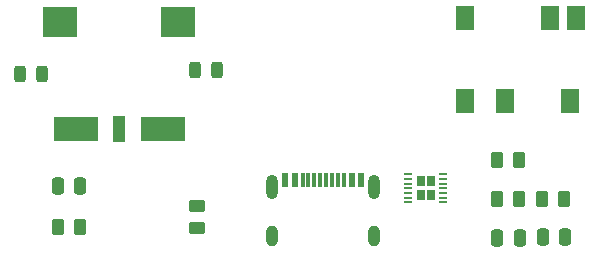
<source format=gbr>
%TF.GenerationSoftware,KiCad,Pcbnew,7.0.7*%
%TF.CreationDate,2024-01-23T19:19:34-06:00*%
%TF.ProjectId,Md-rev-1,4d642d72-6576-42d3-912e-6b696361645f,rev?*%
%TF.SameCoordinates,Original*%
%TF.FileFunction,Paste,Top*%
%TF.FilePolarity,Positive*%
%FSLAX46Y46*%
G04 Gerber Fmt 4.6, Leading zero omitted, Abs format (unit mm)*
G04 Created by KiCad (PCBNEW 7.0.7) date 2024-01-23 19:19:34*
%MOMM*%
%LPD*%
G01*
G04 APERTURE LIST*
G04 Aperture macros list*
%AMRoundRect*
0 Rectangle with rounded corners*
0 $1 Rounding radius*
0 $2 $3 $4 $5 $6 $7 $8 $9 X,Y pos of 4 corners*
0 Add a 4 corners polygon primitive as box body*
4,1,4,$2,$3,$4,$5,$6,$7,$8,$9,$2,$3,0*
0 Add four circle primitives for the rounded corners*
1,1,$1+$1,$2,$3*
1,1,$1+$1,$4,$5*
1,1,$1+$1,$6,$7*
1,1,$1+$1,$8,$9*
0 Add four rect primitives between the rounded corners*
20,1,$1+$1,$2,$3,$4,$5,0*
20,1,$1+$1,$4,$5,$6,$7,0*
20,1,$1+$1,$6,$7,$8,$9,0*
20,1,$1+$1,$8,$9,$2,$3,0*%
G04 Aperture macros list end*
%ADD10RoundRect,0.250000X-0.250000X-0.475000X0.250000X-0.475000X0.250000X0.475000X-0.250000X0.475000X0*%
%ADD11RoundRect,0.250000X0.450000X-0.262500X0.450000X0.262500X-0.450000X0.262500X-0.450000X-0.262500X0*%
%ADD12RoundRect,0.243750X0.243750X0.456250X-0.243750X0.456250X-0.243750X-0.456250X0.243750X-0.456250X0*%
%ADD13RoundRect,0.250000X0.262500X0.450000X-0.262500X0.450000X-0.262500X-0.450000X0.262500X-0.450000X0*%
%ADD14R,1.500000X2.000000*%
%ADD15RoundRect,0.250000X0.250000X0.475000X-0.250000X0.475000X-0.250000X-0.475000X0.250000X-0.475000X0*%
%ADD16R,0.700000X0.970000*%
%ADD17R,0.700000X0.250000*%
%ADD18R,3.810000X2.030000*%
%ADD19R,1.020000X2.290000*%
%ADD20R,3.000000X2.500000*%
%ADD21RoundRect,0.243750X-0.243750X-0.456250X0.243750X-0.456250X0.243750X0.456250X-0.243750X0.456250X0*%
%ADD22R,0.600000X1.150000*%
%ADD23R,0.300000X1.150000*%
%ADD24O,1.000000X2.100000*%
%ADD25O,1.000000X1.800000*%
G04 APERTURE END LIST*
D10*
%TO.C,C1*%
X134440000Y-120070000D03*
X136340000Y-120070000D03*
%TD*%
D11*
%TO.C,R4*%
X146210000Y-123572500D03*
X146210000Y-121747500D03*
%TD*%
D12*
%TO.C,D2*%
X147907500Y-110230000D03*
X146032500Y-110230000D03*
%TD*%
D13*
%TO.C,R3*%
X136302500Y-123520000D03*
X134477500Y-123520000D03*
%TD*%
D14*
%TO.C,J2*%
X168940000Y-112820000D03*
X168940000Y-105820000D03*
X172340000Y-112820000D03*
X176140000Y-105820000D03*
X178340000Y-105820000D03*
X177840000Y-112820000D03*
%TD*%
D15*
%TO.C,C5*%
X177415000Y-124370000D03*
X175515000Y-124370000D03*
%TD*%
D13*
%TO.C,R8*%
X177287500Y-121120000D03*
X175462500Y-121120000D03*
%TD*%
D16*
%TO.C,U2*%
X165150000Y-119642500D03*
X165150000Y-120817500D03*
X166045000Y-119642500D03*
X166045000Y-120817500D03*
D17*
X164120000Y-119030000D03*
X164120000Y-119430000D03*
X164120000Y-119830000D03*
X164120000Y-120230000D03*
X164120000Y-120630000D03*
X164120000Y-121030000D03*
X164120000Y-121430000D03*
X167070000Y-121430000D03*
X167070000Y-121030000D03*
X167070000Y-120630000D03*
X167070000Y-120230000D03*
X167070000Y-119830000D03*
X167070000Y-119430000D03*
X167070000Y-119030000D03*
%TD*%
D18*
%TO.C,S1*%
X143325000Y-115245000D03*
D19*
X139640000Y-115245000D03*
D18*
X135955000Y-115245000D03*
D20*
X144640000Y-106175000D03*
X134640000Y-106175000D03*
%TD*%
D21*
%TO.C,D1*%
X131242500Y-110560000D03*
X133117500Y-110560000D03*
%TD*%
D10*
%TO.C,C6*%
X171665000Y-124400000D03*
X173565000Y-124400000D03*
%TD*%
D22*
%TO.C,J1*%
X153710000Y-119545000D03*
X154510000Y-119545000D03*
D23*
X155660000Y-119545000D03*
X156660000Y-119545000D03*
X157160000Y-119545000D03*
X158160000Y-119545000D03*
D22*
X159310000Y-119545000D03*
X160110000Y-119545000D03*
X160110000Y-119545000D03*
X159310000Y-119545000D03*
D23*
X158660000Y-119545000D03*
X157660000Y-119545000D03*
X156160000Y-119545000D03*
X155160000Y-119545000D03*
D22*
X154510000Y-119545000D03*
X153710000Y-119545000D03*
D24*
X152590000Y-120120000D03*
D25*
X152590000Y-124300000D03*
D24*
X161230000Y-120120000D03*
D25*
X161230000Y-124300000D03*
%TD*%
D13*
%TO.C,R6*%
X173457500Y-117870000D03*
X171632500Y-117870000D03*
%TD*%
%TO.C,R7*%
X173467500Y-121100000D03*
X171642500Y-121100000D03*
%TD*%
M02*

</source>
